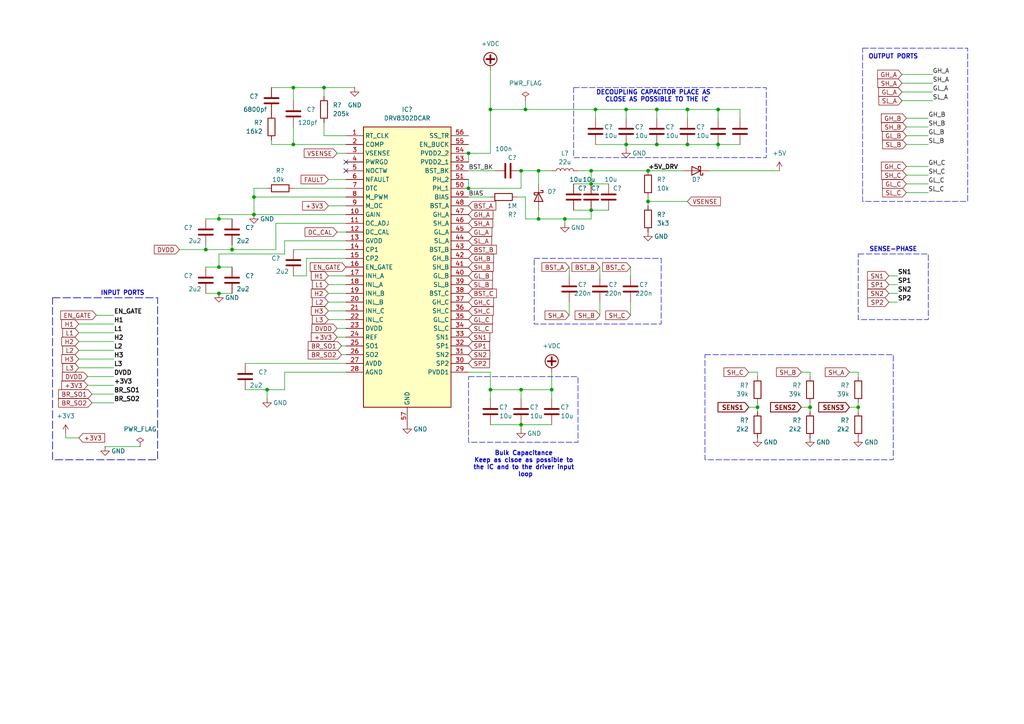
<source format=kicad_sch>
(kicad_sch (version 20231120) (generator "eeschema") (generator_version "8.0")
  (paper "A4")
  (lib_symbols
    (symbol "Device:C" (pin_numbers hide) (pin_names (offset 0.254))
      (property "Reference" "C" (at 0.635 2.54 0))
      (property "Value" "C" (at 0.635 -2.54 0))
      (symbol "C_0_1"
        (polyline (pts (xy -2.032 -0.762) (xy 2.032 -0.762)) (stroke (width 0.508)))
        (polyline (pts (xy -2.032 0.762) (xy 2.032 0.762)) (stroke (width 0.508)))
      )
      (symbol "C_1_1"
        (pin passive line (at 0 3.81 270) (length 2.794) (name "~") (number "1"))
        (pin passive line (at 0 -3.81 90) (length 2.794) (name "~") (number "2"))
      )
    )
    (symbol "Device:D_Schottky" (pin_numbers hide) (pin_names (offset 1.016) hide)
      (property "Reference" "D" (at 0 2.54 0))
      (property "Value" "D_Schottky" (at 0 -2.54 0))
      (symbol "D_Schottky_0_1"
        (polyline (pts (xy 1.27 0) (xy -1.27 0)))
        (polyline (pts (xy 1.27 1.27) (xy 1.27 -1.27) (xy -1.27 0) (xy 1.27 1.27)) (stroke (width 0.254)))
        (polyline (pts (xy -1.905 0.635) (xy -1.905 1.27) (xy -1.27 1.27) (xy -1.27 -1.27) (xy -0.635 -1.27) (xy -0.635 -0.635)) (stroke (width 0.254)))
      )
      (symbol "D_Schottky_1_1"
        (pin passive line (at -3.81 0 0) (length 2.54) (name "K") (number "1"))
        (pin passive line (at 3.81 0 180) (length 2.54) (name "A") (number "2"))
      )
    )
    (symbol "Device:L" (pin_numbers hide) (pin_names (offset 1.016) hide)
      (property "Reference" "L" (at -1.27 0 90))
      (property "Value" "L" (at 1.905 0 90))
      (symbol "L_0_1"
        (arc (start 0 -2.54) (mid 0.6323 -1.905) (end 0 -1.27))
        (arc (start 0 -1.27) (mid 0.6323 -0.635) (end 0 0))
        (arc (start 0 0) (mid 0.6323 0.635) (end 0 1.27))
        (arc (start 0 1.27) (mid 0.6323 1.905) (end 0 2.54))
      )
      (symbol "L_1_1"
        (pin passive line (at 0 3.81 270) (length 1.27) (name "1") (number "1"))
        (pin passive line (at 0 -3.81 90) (length 1.27) (name "2") (number "2"))
      )
    )
    (symbol "Device:R" (pin_numbers hide) (pin_names (offset 0))
      (property "Reference" "R" (at 2.032 0 90))
      (property "Value" "R" (at 0 0 90))
      (symbol "R_0_1"
        (rectangle (start -1.016 -2.54) (end 1.016 2.54) (stroke (width 0.254)))
      )
      (symbol "R_1_1"
        (pin passive line (at 0 3.81 270) (length 1.27) (name "~") (number "1"))
        (pin passive line (at 0 -3.81 90) (length 1.27) (name "~") (number "2"))
      )
    )
    (symbol "SymScs_Lib:DRV8302DCAR"
      (property "Reference" "IC" (at 31.75 7.62 0))
      (property "Value" "DRV8302DCAR" (at 31.75 5.08 0))
      (symbol "DRV8302DCAR_1_1"
        (rectangle (start 5.08 2.54) (end 30.48 -78.74) (stroke (width 0.254)) (fill (type background)))
        (pin passive line (at 0 0 0) (length 5.08) (name "RT_CLK") (number "1"))
        (pin passive line (at 0 -22.86 0) (length 5.08) (name "GAIN") (number "10"))
        (pin passive line (at 0 -25.4 0) (length 5.08) (name "OC_ADJ") (number "11"))
        (pin passive line (at 0 -27.94 0) (length 5.08) (name "DC_CAL") (number "12"))
        (pin passive line (at 0 -30.48 0) (length 5.08) (name "GVDD") (number "13"))
        (pin passive line (at 0 -33.02 0) (length 5.08) (name "CP1") (number "14"))
        (pin passive line (at 0 -35.56 0) (length 5.08) (name "CP2") (number "15"))
        (pin passive line (at 0 -38.1 0) (length 5.08) (name "EN_GATE") (number "16"))
        (pin passive line (at 0 -40.64 0) (length 5.08) (name "INH_A") (number "17"))
        (pin passive line (at 0 -43.18 0) (length 5.08) (name "INL_A") (number "18"))
        (pin passive line (at 0 -45.72 0) (length 5.08) (name "INH_B") (number "19"))
        (pin passive line (at 0 -2.54 0) (length 5.08) (name "COMP") (number "2"))
        (pin passive line (at 0 -48.26 0) (length 5.08) (name "INL_B") (number "20"))
        (pin passive line (at 0 -50.8 0) (length 5.08) (name "INH_C") (number "21"))
        (pin passive line (at 0 -53.34 0) (length 5.08) (name "INL_C") (number "22"))
        (pin passive line (at 0 -55.88 0) (length 5.08) (name "DVDD") (number "23"))
        (pin passive line (at 0 -58.42 0) (length 5.08) (name "REF") (number "24"))
        (pin passive line (at 0 -60.96 0) (length 5.08) (name "SO1") (number "25"))
        (pin passive line (at 0 -63.5 0) (length 5.08) (name "SO2") (number "26"))
        (pin passive line (at 0 -66.04 0) (length 5.08) (name "AVDD") (number "27"))
        (pin passive line (at 0 -68.58 0) (length 5.08) (name "AGND") (number "28"))
        (pin passive line (at 35.56 -68.58 180) (length 5.08) (name "PVDD1") (number "29"))
        (pin passive line (at 0 -5.08 0) (length 5.08) (name "VSENSE") (number "3"))
        (pin passive line (at 35.56 -66.04 180) (length 5.08) (name "SP2") (number "30"))
        (pin passive line (at 35.56 -63.5 180) (length 5.08) (name "SN2") (number "31"))
        (pin passive line (at 35.56 -60.96 180) (length 5.08) (name "SP1") (number "32"))
        (pin passive line (at 35.56 -58.42 180) (length 5.08) (name "SN1") (number "33"))
        (pin passive line (at 35.56 -55.88 180) (length 5.08) (name "SL_C") (number "34"))
        (pin passive line (at 35.56 -53.34 180) (length 5.08) (name "GL_C") (number "35"))
        (pin passive line (at 35.56 -50.8 180) (length 5.08) (name "SH_C") (number "36"))
        (pin passive line (at 35.56 -48.26 180) (length 5.08) (name "GH_C") (number "37"))
        (pin passive line (at 35.56 -45.72 180) (length 5.08) (name "BST_C") (number "38"))
        (pin passive line (at 35.56 -43.18 180) (length 5.08) (name "SL_B") (number "39"))
        (pin passive line (at 0 -7.62 0) (length 5.08) (name "PWRGD") (number "4"))
        (pin passive line (at 35.56 -40.64 180) (length 5.08) (name "GL_B") (number "40"))
        (pin passive line (at 35.56 -38.1 180) (length 5.08) (name "SH_B") (number "41"))
        (pin passive line (at 35.56 -35.56 180) (length 5.08) (name "GH_B") (number "42"))
        (pin passive line (at 35.56 -33.02 180) (length 5.08) (name "BST_B") (number "43"))
        (pin passive line (at 35.56 -30.48 180) (length 5.08) (name "SL_A") (number "44"))
        (pin passive line (at 35.56 -27.94 180) (length 5.08) (name "GL_A") (number "45"))
        (pin passive line (at 35.56 -25.4 180) (length 5.08) (name "SH_A") (number "46"))
        (pin passive line (at 35.56 -22.86 180) (length 5.08) (name "GH_A") (number "47"))
        (pin passive line (at 35.56 -20.32 180) (length 5.08) (name "BST_A") (number "48"))
        (pin passive line (at 35.56 -17.78 180) (length 5.08) (name "BIAS") (number "49"))
        (pin passive line (at 0 -10.16 0) (length 5.08) (name "NOCTW") (number "5"))
        (pin passive line (at 35.56 -15.24 180) (length 5.08) (name "PH_1") (number "50"))
        (pin passive line (at 35.56 -12.7 180) (length 5.08) (name "PH_2") (number "51"))
        (pin passive line (at 35.56 -10.16 180) (length 5.08) (name "BST_BK") (number "52"))
        (pin passive line (at 35.56 -7.62 180) (length 5.08) (name "PVDD2_1") (number "53"))
        (pin passive line (at 35.56 -5.08 180) (length 5.08) (name "PVDD2_2") (number "54"))
        (pin passive line (at 35.56 -2.54 180) (length 5.08) (name "EN_BUCK") (number "55"))
        (pin passive line (at 35.56 0 180) (length 5.08) (name "SS_TR") (number "56"))
        (pin passive line (at 17.78 -83.82 90) (length 5.08) (name "GND") (number "57"))
        (pin passive line (at 0 -12.7 0) (length 5.08) (name "NFAULT") (number "6"))
        (pin passive line (at 0 -15.24 0) (length 5.08) (name "DTC") (number "7"))
        (pin passive line (at 0 -17.78 0) (length 5.08) (name "M_PWM") (number "8"))
        (pin passive line (at 0 -20.32 0) (length 5.08) (name "M_OC") (number "9"))
      )
    )
    (symbol "power:+3V3" (power) (pin_numbers hide) (pin_names (offset 0) hide)
      (property "Value" "+3V3" (at 0 3.556 0))
      (symbol "+3V3_0_1"
        (polyline (pts (xy -0.762 1.27) (xy 0 2.54)))
        (polyline (pts (xy 0 0) (xy 0 2.54)))
        (polyline (pts (xy 0 2.54) (xy 0.762 1.27)))
      )
      (symbol "+3V3_1_1"
        (pin power_in line (at 0 0 90) (length 0) (name "~") (number "1"))
      )
    )
    (symbol "power:+5V" (power) (pin_numbers hide) (pin_names (offset 0) hide)
      (property "Value" "+5V" (at 0 3.556 0))
      (symbol "+5V_0_1"
        (polyline (pts (xy -0.762 1.27) (xy 0 2.54)))
        (polyline (pts (xy 0 0) (xy 0 2.54)))
        (polyline (pts (xy 0 2.54) (xy 0.762 1.27)))
      )
      (symbol "+5V_1_1"
        (pin power_in line (at 0 0 90) (length 0) (name "~") (number "1"))
      )
    )
    (symbol "power:+VDC" (power) (pin_numbers hide) (pin_names (offset 0) hide)
      (property "Value" "+VDC" (at 0 6.35 0))
      (symbol "+VDC_0_1"
        (polyline (pts (xy -1.143 3.175) (xy 1.143 3.175)) (stroke (width 0.508)))
        (polyline (pts (xy 0 0) (xy 0 1.27)))
        (polyline (pts (xy 0 2.032) (xy 0 4.318)) (stroke (width 0.508)))
        (circle (center 0 3.175) (radius 1.905) (stroke (width 0.254)))
      )
      (symbol "+VDC_1_1"
        (pin power_in line (at 0 0 90) (length 0) (name "~") (number "1"))
      )
    )
    (symbol "power:GND" (power) (pin_numbers hide) (pin_names (offset 0) hide)
      (property "Value" "GND" (at 0 -3.81 0))
      (symbol "GND_0_1"
        (polyline (pts (xy 0 0) (xy 0 -1.27) (xy 1.27 -1.27) (xy 0 -2.54) (xy -1.27 -1.27) (xy 0 -1.27)))
      )
      (symbol "GND_1_1"
        (pin power_in line (at 0 0 270) (length 0) (name "~") (number "1"))
      )
    )
    (symbol "power:PWR_FLAG" (power) (pin_numbers hide) (pin_names (offset 0) hide)
      (property "Value" "PWR_FLAG" (at 0 3.81 0))
      (symbol "PWR_FLAG_0_0"
        (pin power_out line (at 0 0 90) (length 0) (name "~") (number "1"))
      )
      (symbol "PWR_FLAG_0_1"
        (polyline (pts (xy 0 0) (xy 0 1.27) (xy -1.016 1.905) (xy 0 2.54) (xy 1.016 1.905) (xy 0 1.27)))
      )
    )
  )
  (junction (at 85.09 41.91))
  (junction (at 85.09 25.4))
  (junction (at 219.71 118.11))
  (junction (at 63.5 85.09))
  (junction (at 67.31 72.39))
  (junction (at 151.13 123.19))
  (junction (at 156.21 63.5))
  (junction (at 171.45 60.96))
  (junction (at 171.45 53.34))
  (junction (at 208.28 41.91))
  (junction (at 199.39 31.75))
  (junction (at 73.66 62.23))
  (junction (at 248.92 118.11))
  (junction (at 142.24 31.75))
  (junction (at 181.61 41.91))
  (junction (at 171.45 49.53))
  (junction (at 63.5 77.47))
  (junction (at 135.89 54.61))
  (junction (at 172.72 31.75))
  (junction (at 187.96 58.42))
  (junction (at 199.39 41.91))
  (junction (at 135.89 44.45))
  (junction (at 151.13 113.03))
  (junction (at 163.83 63.5))
  (junction (at 151.13 49.53))
  (junction (at 187.96 49.53))
  (junction (at 142.24 113.03))
  (junction (at 160.02 113.03))
  (junction (at 93.98 25.4))
  (junction (at 59.69 72.39))
  (junction (at 190.5 31.75))
  (junction (at 73.66 57.15))
  (junction (at 63.5 63.5))
  (junction (at 156.21 49.53))
  (junction (at 77.47 113.03))
  (junction (at 234.95 118.11))
  (junction (at 208.28 31.75))
  (junction (at 181.61 31.75))
  (junction (at 152.4 31.75))
  (junction (at 190.5 41.91))
  (no_connect (at 100.33 49.53))
  (no_connect (at 100.33 46.99))
  (wire (pts (xy 172.72 31.75) (xy 181.61 31.75)))
  (wire (pts (xy 257.81 82.55) (xy 260.35 82.55)))
  (wire (pts (xy 73.66 57.15) (xy 100.33 57.15)))
  (wire (pts (xy 181.61 31.75) (xy 181.61 34.29)))
  (wire (pts (xy 95.25 82.55) (xy 100.33 82.55)))
  (wire (pts (xy 142.24 57.15) (xy 135.89 57.15)))
  (wire (pts (xy 78.74 41.91) (xy 78.74 40.64)))
  (wire (pts (xy 78.74 41.91) (xy 85.09 41.91)))
  (wire (pts (xy 143.51 49.53) (xy 135.89 49.53)))
  (wire (pts (xy 219.71 107.95) (xy 219.71 109.22)))
  (wire (pts (xy 187.96 58.42) (xy 187.96 57.15)))
  (wire (pts (xy 262.89 34.29) (xy 269.24 34.29)))
  (wire (pts (xy 152.4 29.21) (xy 152.4 31.75)))
  (wire (pts (xy 199.39 31.75) (xy 199.39 34.29)))
  (wire (pts (xy 102.87 25.4) (xy 93.98 25.4)))
  (wire (pts (xy 77.47 115.57) (xy 77.47 113.03)))
  (wire (pts (xy 171.45 53.34) (xy 171.45 49.53)))
  (wire (pts (xy 152.4 57.15) (xy 149.86 57.15)))
  (wire (pts (xy 26.67 116.84) (xy 33.02 116.84)))
  (wire (pts (xy 261.62 24.13) (xy 270.51 24.13)))
  (wire (pts (xy 97.79 95.25) (xy 100.33 95.25)))
  (wire (pts (xy 97.79 97.79) (xy 100.33 97.79)))
  (wire (pts (xy 80.01 72.39) (xy 80.01 64.77)))
  (wire (pts (xy 100.33 74.93) (xy 88.9 74.93)))
  (wire (pts (xy 262.89 36.83) (xy 269.24 36.83)))
  (wire (pts (xy 171.45 49.53) (xy 187.96 49.53)))
  (wire (pts (xy 142.24 44.45) (xy 135.89 44.45)))
  (wire (pts (xy 182.88 91.44) (xy 182.88 87.63)))
  (wire (pts (xy 93.98 25.4) (xy 93.98 27.94)))
  (wire (pts (xy 142.24 20.32) (xy 142.24 31.75)))
  (wire (pts (xy 262.89 39.37) (xy 269.24 39.37)))
  (wire (pts (xy 172.72 31.75) (xy 172.72 34.29)))
  (wire (pts (xy 173.99 77.47) (xy 173.99 80.01)))
  (wire (pts (xy 82.55 113.03) (xy 82.55 107.95)))
  (wire (pts (xy 25.4 111.76) (xy 33.02 111.76)))
  (wire (pts (xy 25.4 109.22) (xy 33.02 109.22)))
  (wire (pts (xy 99.06 100.33) (xy 100.33 100.33)))
  (wire (pts (xy 85.09 25.4) (xy 93.98 25.4)))
  (wire (pts (xy 59.69 63.5) (xy 63.5 63.5)))
  (wire (pts (xy 190.5 41.91) (xy 199.39 41.91)))
  (wire (pts (xy 163.83 64.77) (xy 163.83 63.5)))
  (wire (pts (xy 77.47 113.03) (xy 71.12 113.03)))
  (wire (pts (xy 160.02 113.03) (xy 160.02 115.57)))
  (wire (pts (xy 232.41 107.95) (xy 234.95 107.95)))
  (wire (pts (xy 261.62 26.67) (xy 270.51 26.67)))
  (wire (pts (xy 173.99 91.44) (xy 173.99 87.63)))
  (wire (pts (xy 152.4 63.5) (xy 156.21 63.5)))
  (wire (pts (xy 77.47 113.03) (xy 82.55 113.03)))
  (wire (pts (xy 171.45 63.5) (xy 171.45 60.96)))
  (wire (pts (xy 59.69 72.39) (xy 59.69 71.12)))
  (wire (pts (xy 85.09 25.4) (xy 85.09 29.21)))
  (wire (pts (xy 85.09 36.83) (xy 85.09 41.91)))
  (wire (pts (xy 73.66 62.23) (xy 100.33 62.23)))
  (wire (pts (xy 63.5 85.09) (xy 67.31 85.09)))
  (wire (pts (xy 22.86 101.6) (xy 33.02 101.6)))
  (wire (pts (xy 97.79 44.45) (xy 100.33 44.45)))
  (wire (pts (xy 135.89 44.45) (xy 135.89 46.99)))
  (wire (pts (xy 142.24 31.75) (xy 142.24 44.45)))
  (wire (pts (xy 95.25 52.07) (xy 100.33 52.07)))
  (wire (pts (xy 95.25 80.01) (xy 100.33 80.01)))
  (wire (pts (xy 246.38 107.95) (xy 248.92 107.95)))
  (wire (pts (xy 248.92 118.11) (xy 248.92 119.38)))
  (wire (pts (xy 33.02 91.44) (xy 27.94 91.44)))
  (wire (pts (xy 26.67 114.3) (xy 33.02 114.3)))
  (wire (pts (xy 187.96 58.42) (xy 199.39 58.42)))
  (wire (pts (xy 181.61 41.91) (xy 190.5 41.91)))
  (wire (pts (xy 151.13 123.19) (xy 160.02 123.19)))
  (wire (pts (xy 214.63 31.75) (xy 208.28 31.75)))
  (wire (pts (xy 199.39 41.91) (xy 208.28 41.91)))
  (wire (pts (xy 156.21 49.53) (xy 151.13 49.53)))
  (wire (pts (xy 142.24 113.03) (xy 151.13 113.03)))
  (wire (pts (xy 71.12 105.41) (xy 100.33 105.41)))
  (wire (pts (xy 232.41 118.11) (xy 234.95 118.11)))
  (wire (pts (xy 151.13 124.46) (xy 151.13 123.19)))
  (wire (pts (xy 198.12 49.53) (xy 187.96 49.53)))
  (wire (pts (xy 59.69 72.39) (xy 67.31 72.39)))
  (wire (pts (xy 160.02 107.95) (xy 160.02 113.03)))
  (wire (pts (xy 22.86 104.14) (xy 33.02 104.14)))
  (wire (pts (xy 248.92 116.84) (xy 248.92 118.11)))
  (wire (pts (xy 257.81 87.63) (xy 260.35 87.63)))
  (wire (pts (xy 52.07 72.39) (xy 59.69 72.39)))
  (wire (pts (xy 234.95 107.95) (xy 234.95 109.22)))
  (wire (pts (xy 182.88 77.47) (xy 182.88 80.01)))
  (wire (pts (xy 63.5 62.23) (xy 73.66 62.23)))
  (wire (pts (xy 152.4 57.15) (xy 152.4 63.5)))
  (wire (pts (xy 219.71 116.84) (xy 219.71 118.11)))
  (wire (pts (xy 142.24 123.19) (xy 151.13 123.19)))
  (wire (pts (xy 166.37 53.34) (xy 171.45 53.34)))
  (wire (pts (xy 171.45 49.53) (xy 167.64 49.53)))
  (wire (pts (xy 142.24 107.95) (xy 142.24 113.03)))
  (wire (pts (xy 208.28 43.18) (xy 208.28 41.91)))
  (wire (pts (xy 67.31 72.39) (xy 67.31 71.12)))
  (wire (pts (xy 165.1 77.47) (xy 165.1 80.01)))
  (wire (pts (xy 214.63 34.29) (xy 214.63 31.75)))
  (wire (pts (xy 93.98 39.37) (xy 100.33 39.37)))
  (wire (pts (xy 165.1 91.44) (xy 165.1 87.63)))
  (wire (pts (xy 217.17 118.11) (xy 219.71 118.11)))
  (wire (pts (xy 190.5 31.75) (xy 190.5 34.29)))
  (wire (pts (xy 262.89 41.91) (xy 269.24 41.91)))
  (wire (pts (xy 73.66 54.61) (xy 77.47 54.61)))
  (wire (pts (xy 190.5 31.75) (xy 199.39 31.75)))
  (wire (pts (xy 22.86 127) (xy 19.05 127)))
  (wire (pts (xy 99.06 102.87) (xy 100.33 102.87)))
  (wire (pts (xy 156.21 63.5) (xy 163.83 63.5)))
  (wire (pts (xy 63.5 77.47) (xy 67.31 77.47)))
  (wire (pts (xy 63.5 77.47) (xy 63.5 73.66)))
  (wire (pts (xy 187.96 59.69) (xy 187.96 58.42)))
  (wire (pts (xy 95.25 92.71) (xy 100.33 92.71)))
  (wire (pts (xy 208.28 31.75) (xy 208.28 34.29)))
  (wire (pts (xy 262.89 48.26) (xy 269.24 48.26)))
  (wire (pts (xy 19.05 127) (xy 19.05 125.73)))
  (wire (pts (xy 166.37 60.96) (xy 171.45 60.96)))
  (wire (pts (xy 151.13 54.61) (xy 151.13 49.53)))
  (wire (pts (xy 181.61 43.18) (xy 181.61 41.91)))
  (wire (pts (xy 88.9 74.93) (xy 88.9 80.01)))
  (wire (pts (xy 82.55 69.85) (xy 100.33 69.85)))
  (wire (pts (xy 95.25 85.09) (xy 100.33 85.09)))
  (wire (pts (xy 82.55 73.66) (xy 82.55 69.85)))
  (wire (pts (xy 152.4 31.75) (xy 142.24 31.75)))
  (wire (pts (xy 160.02 49.53) (xy 156.21 49.53)))
  (wire (pts (xy 262.89 50.8) (xy 269.24 50.8)))
  (wire (pts (xy 246.38 118.11) (xy 248.92 118.11)))
  (wire (pts (xy 73.66 62.23) (xy 73.66 57.15)))
  (wire (pts (xy 171.45 53.34) (xy 176.53 53.34)))
  (wire (pts (xy 262.89 55.88) (xy 269.24 55.88)))
  (wire (pts (xy 22.86 99.06) (xy 33.02 99.06)))
  (wire (pts (xy 63.5 63.5) (xy 67.31 63.5)))
  (wire (pts (xy 85.09 72.39) (xy 100.33 72.39)))
  (wire (pts (xy 199.39 31.75) (xy 208.28 31.75)))
  (wire (pts (xy 135.89 52.07) (xy 135.89 54.61)))
  (wire (pts (xy 217.17 107.95) (xy 219.71 107.95)))
  (wire (pts (xy 73.66 57.15) (xy 73.66 54.61)))
  (wire (pts (xy 22.86 93.98) (xy 33.02 93.98)))
  (wire (pts (xy 151.13 113.03) (xy 151.13 115.57)))
  (wire (pts (xy 95.25 90.17) (xy 100.33 90.17)))
  (wire (pts (xy 234.95 116.84) (xy 234.95 118.11)))
  (wire (pts (xy 85.09 54.61) (xy 100.33 54.61)))
  (wire (pts (xy 142.24 113.03) (xy 142.24 115.57)))
  (wire (pts (xy 214.63 41.91) (xy 208.28 41.91)))
  (wire (pts (xy 82.55 107.95) (xy 100.33 107.95)))
  (wire (pts (xy 172.72 31.75) (xy 152.4 31.75)))
  (wire (pts (xy 260.35 80.01) (xy 257.81 80.01)))
  (wire (pts (xy 59.69 85.09) (xy 63.5 85.09)))
  (wire (pts (xy 59.69 77.47) (xy 63.5 77.47)))
  (wire (pts (xy 85.09 41.91) (xy 100.33 41.91)))
  (wire (pts (xy 135.89 54.61) (xy 151.13 54.61)))
  (wire (pts (xy 261.62 21.59) (xy 270.51 21.59)))
  (wire (pts (xy 97.79 67.31) (xy 100.33 67.31)))
  (wire (pts (xy 171.45 60.96) (xy 176.53 60.96)))
  (wire (pts (xy 95.25 87.63) (xy 100.33 87.63)))
  (wire (pts (xy 93.98 35.56) (xy 93.98 39.37)))
  (wire (pts (xy 78.74 25.4) (xy 85.09 25.4)))
  (wire (pts (xy 172.72 41.91) (xy 181.61 41.91)))
  (wire (pts (xy 22.86 106.68) (xy 33.02 106.68)))
  (wire (pts (xy 226.06 49.53) (xy 205.74 49.53)))
  (wire (pts (xy 156.21 53.34) (xy 156.21 49.53)))
  (wire (pts (xy 156.21 60.96) (xy 156.21 63.5)))
  (wire (pts (xy 63.5 73.66) (xy 82.55 73.66)))
  (wire (pts (xy 80.01 64.77) (xy 100.33 64.77)))
  (wire (pts (xy 163.83 63.5) (xy 171.45 63.5)))
  (wire (pts (xy 63.5 63.5) (xy 63.5 62.23)))
  (wire (pts (xy 257.81 85.09) (xy 260.35 85.09)))
  (wire (pts (xy 262.89 53.34) (xy 269.24 53.34)))
  (wire (pts (xy 135.89 107.95) (xy 142.24 107.95)))
  (wire (pts (xy 261.62 29.21) (xy 270.51 29.21)))
  (wire (pts (xy 40.64 129.54) (xy 30.48 129.54)))
  (wire (pts (xy 95.25 59.69) (xy 100.33 59.69)))
  (wire (pts (xy 248.92 107.95) (xy 248.92 109.22)))
  (wire (pts (xy 151.13 113.03) (xy 160.02 113.03)))
  (wire (pts (xy 22.86 96.52) (xy 33.02 96.52)))
  (wire (pts (xy 219.71 118.11) (xy 219.71 119.38)))
  (wire (pts (xy 88.9 80.01) (xy 85.09 80.01)))
  (wire (pts (xy 181.61 31.75) (xy 190.5 31.75)))
  (wire (pts (xy 67.31 72.39) (xy 80.01 72.39)))
  (wire (pts (xy 234.95 118.11) (xy 234.95 119.38)))
  (rectangle (start 250.19 13.97) (end 280.67 58.42) (stroke (width 0) (type dash)))
  (rectangle (start 154.94 74.93) (end 191.77 93.98) (stroke (width 0) (type dash)))
  (rectangle (start 15.24 86.36) (end 45.72 133.35) (stroke (width 0.2) (type dash)))
  (rectangle (start 248.92 73.66) (end 269.24 92.71) (stroke (width 0) (type dash)))
  (rectangle (start 204.47 102.87) (end 259.08 133.35) (stroke (width 0) (type dash)))
  (rectangle (start 166.37 25.4) (end 222.25 45.72) (stroke (width 0) (type dash)))
  (rectangle (start 135.89 109.22) (end 167.64 128.27) (stroke (width 0) (type dash)))
  (text "INPUT PORTS\n" (at 35.56 85.09 0) (effects (font (size 1.27 1.27) (bold yes))))
  (text "Bulk Capacitance \nKeep as clsoe as possible to \nthe IC and to the driver input \nloop" (at 152.4 134.62 0) (effects (font (size 1.27 1.27) (thickness 0.254) (bold yes))))
  (text "DECOUPLING CAPACITOR PLACE AS  \nCLOSE AS POSSIBLE TO THE IC\n" (at 190.5 27.94 0) (effects (font (size 1.27 1.27) (bold yes))))
  (text "SENSE-PHASE\n" (at 259.08 72.39 0) (effects (font (size 1.27 1.27) (bold yes))))
  (text "OUTPUT PORTS\n" (at 259.08 16.51 0) (effects (font (size 1.27 1.27) (bold yes))))
  (label "SP2" (at 260.35 87.63 0) (effects (font (bold yes))))
  (label "SN1" (at 260.35 80.01 0) (effects (font (bold yes))))
  (label "SL_B" (at 269.24 41.91 0))
  (label "GL_A" (at 270.51 26.67 0))
  (label "GL_B" (at 269.24 39.37 0))
  (label "SH_B" (at 269.24 36.83 0))
  (label "SP1" (at 260.35 82.55 0) (effects (font (bold yes))))
  (label "GH_B" (at 269.24 34.29 0))
  (label "GH_C" (at 269.24 48.26 0))
  (label "BIAS" (at 135.89 57.15 0))
  (label "L2" (at 33.02 101.6 0) (effects (font (bold yes))))
  (label "L3" (at 33.02 106.68 0) (effects (font (bold yes))))
  (label "SN2" (at 260.35 85.09 0) (effects (font (bold yes))))
  (label "BST_BK" (at 135.89 49.53 0))
  (label "BR_SO2" (at 33.02 116.84 0) (effects (font (bold yes))))
  (label "SH_A" (at 270.51 24.13 0))
  (label "H3" (at 33.02 104.14 0) (effects (font (bold yes))))
  (label "GH_A" (at 270.51 21.59 0))
  (label "+5V_DRV" (at 187.96 49.53 0) (effects (font (bold yes))))
  (label "EN_GATE" (at 33.02 91.44 0) (effects (font (bold yes))))
  (label "H2" (at 33.02 99.06 0) (effects (font (bold yes))))
  (label "+3V3" (at 33.02 111.76 0) (effects (font (bold yes))))
  (label "GL_C" (at 269.24 53.34 0))
  (label "SL_A" (at 270.51 29.21 0))
  (label "SL_C" (at 269.24 55.88 0))
  (label "DVDD" (at 33.02 109.22 0) (effects (font (bold yes))))
  (label "H1" (at 33.02 93.98 0) (effects (font (bold yes))))
  (label "L1" (at 33.02 96.52 0) (effects (font (bold yes))))
  (label "BR_SO1" (at 33.02 114.3 0) (effects (font (bold yes))))
  (label "SH_C" (at 269.24 50.8 0))
  (global_label "VSENSE" (shape input) (at 199.39 58.42 0) (property "Intersheetrefs" "${INTERSHEET_REFS}" (effects (hide yes))))
  (global_label "H3" (shape input) (at 95.25 90.17 180) (property "Intersheetrefs" "${INTERSHEET_REFS}" (effects (hide yes))))
  (global_label "GH_A" (shape input) (at 135.89 62.23 0) (property "Intersheetrefs" "${INTERSHEET_REFS}" (effects (hide yes))))
  (global_label "BR_SO2" (shape input) (at 26.67 116.84 180) (property "Intersheetrefs" "${INTERSHEET_REFS}" (effects (hide yes))))
  (global_label "VSENSE" (shape input) (at 97.79 44.45 180) (property "Intersheetrefs" "${INTERSHEET_REFS}" (effects (hide yes))))
  (global_label "BR_SO2" (shape input) (at 99.06 102.87 180) (property "Intersheetrefs" "${INTERSHEET_REFS}" (effects (hide yes))))
  (global_label "BST_B" (shape input) (at 135.89 72.39 0) (property "Intersheetrefs" "${INTERSHEET_REFS}" (effects (hide yes))))
  (global_label "GL_B" (shape input) (at 135.89 80.01 0) (property "Intersheetrefs" "${INTERSHEET_REFS}" (effects (hide yes))))
  (global_label "EN_GATE" (shape input) (at 27.94 91.44 180) (property "Intersheetrefs" "${INTERSHEET_REFS}" (effects (hide yes))))
  (global_label "SH_B" (shape input) (at 232.41 107.95 180) (property "Intersheetrefs" "${INTERSHEET_REFS}" (effects (hide yes))))
  (global_label "BST_C" (shape input) (at 182.88 77.47 180) (property "Intersheetrefs" "${INTERSHEET_REFS}" (effects (hide yes))))
  (global_label "GH_C" (shape input) (at 262.89 48.26 180) (property "Intersheetrefs" "${INTERSHEET_REFS}" (effects (hide yes))))
  (global_label "+3V3" (shape input) (at 95.25 59.69 180) (property "Intersheetrefs" "${INTERSHEET_REFS}" (effects (hide yes))))
  (global_label "L1" (shape input) (at 22.86 96.52 180) (property "Intersheetrefs" "${INTERSHEET_REFS}" (effects (hide yes))))
  (global_label "GL_C" (shape input) (at 135.89 92.71 0) (property "Intersheetrefs" "${INTERSHEET_REFS}" (effects (hide yes))))
  (global_label "SN2" (shape input) (at 257.81 85.09 180) (property "Intersheetrefs" "${INTERSHEET_REFS}" (effects (hide yes))))
  (global_label "L2" (shape input) (at 22.86 101.6 180) (property "Intersheetrefs" "${INTERSHEET_REFS}" (effects (hide yes))))
  (global_label "SL_B" (shape input) (at 135.89 82.55 0) (property "Intersheetrefs" "${INTERSHEET_REFS}" (effects (hide yes))))
  (global_label "EN_GATE" (shape input) (at 100.33 77.47 180) (property "Intersheetrefs" "${INTERSHEET_REFS}" (effects (hide yes))))
  (global_label "H1" (shape input) (at 95.25 80.01 180) (property "Intersheetrefs" "${INTERSHEET_REFS}" (effects (hide yes))))
  (global_label "GL_A" (shape input) (at 261.62 26.67 180) (property "Intersheetrefs" "${INTERSHEET_REFS}" (effects (hide yes))))
  (global_label "GL_A" (shape input) (at 135.89 67.31 0) (property "Intersheetrefs" "${INTERSHEET_REFS}" (effects (hide yes))))
  (global_label "BST_C" (shape input) (at 135.89 85.09 0) (property "Intersheetrefs" "${INTERSHEET_REFS}" (effects (hide yes))))
  (global_label "SL_C" (shape input) (at 262.89 55.88 180) (property "Intersheetrefs" "${INTERSHEET_REFS}" (effects (hide yes))))
  (global_label "L3" (shape input) (at 95.25 92.71 180) (property "Intersheetrefs" "${INTERSHEET_REFS}" (effects (hide yes))))
  (global_label "SH_C" (shape input) (at 135.89 90.17 0) (property "Intersheetrefs" "${INTERSHEET_REFS}" (effects (hide yes))))
  (global_label "H2" (shape input) (at 95.25 85.09 180) (property "Intersheetrefs" "${INTERSHEET_REFS}" (effects (hide yes))))
  (global_label "BR_SO1" (shape input) (at 99.06 100.33 180) (property "Intersheetrefs" "${INTERSHEET_REFS}" (effects (hide yes))))
  (global_label "SL_C" (shape input) (at 135.89 95.25 0) (property "Intersheetrefs" "${INTERSHEET_REFS}" (effects (hide yes))))
  (global_label "H3" (shape input) (at 22.86 104.14 180) (property "Intersheetrefs" "${INTERSHEET_REFS}" (effects (hide yes))))
  (global_label "SN1" (shape input) (at 135.89 97.79 0) (property "Intersheetrefs" "${INTERSHEET_REFS}" (effects (hide yes))))
  (global_label "SH_A" (shape input) (at 165.1 91.44 180) (property "Intersheetrefs" "${INTERSHEET_REFS}" (effects (hide yes))))
  (global_label "DVDD" (shape input) (at 25.4 109.22 180) (property "Intersheetrefs" "${INTERSHEET_REFS}" (effects (hide yes))))
  (global_label "GH_C" (shape input) (at 135.89 87.63 0) (property "Intersheetrefs" "${INTERSHEET_REFS}" (effects (hide yes))))
  (global_label "GL_C" (shape input) (at 262.89 53.34 180) (property "Intersheetrefs" "${INTERSHEET_REFS}" (effects (hide yes))))
  (global_label "+3V3" (shape input) (at 25.4 111.76 180) (property "Intersheetrefs" "${INTERSHEET_REFS}" (effects (hide yes))))
  (global_label "SENS1" (shape input) (at 217.17 118.11 180) (effects (font (bold yes))) (property "Intersheetrefs" "${INTERSHEET_REFS}" (effects (hide yes))))
  (global_label "SH_A" (shape input) (at 261.62 24.13 180) (property "Intersheetrefs" "${INTERSHEET_REFS}" (effects (hide yes))))
  (global_label "SL_A" (shape input) (at 135.89 69.85 0) (property "Intersheetrefs" "${INTERSHEET_REFS}" (effects (hide yes))))
  (global_label "GH_B" (shape input) (at 262.89 34.29 180) (property "Intersheetrefs" "${INTERSHEET_REFS}" (effects (hide yes))))
  (global_label "SH_B" (shape input) (at 262.89 36.83 180) (property "Intersheetrefs" "${INTERSHEET_REFS}" (effects (hide yes))))
  (global_label "GL_B" (shape input) (at 262.89 39.37 180) (property "Intersheetrefs" "${INTERSHEET_REFS}" (effects (hide yes))))
  (global_label "DVDD" (shape input) (at 97.79 95.25 180) (property "Intersheetrefs" "${INTERSHEET_REFS}" (effects (hide yes))))
  (global_label "H1" (shape input) (at 22.86 93.98 180) (property "Intersheetrefs" "${INTERSHEET_REFS}" (effects (hide yes))))
  (global_label "SH_B" (shape input) (at 173.99 91.44 180) (property "Intersheetrefs" "${INTERSHEET_REFS}" (effects (hide yes))))
  (global_label "SH_C" (shape input) (at 217.17 107.95 180) (property "Intersheetrefs" "${INTERSHEET_REFS}" (effects (hide yes))))
  (global_label "SL_B" (shape input) (at 262.89 41.91 180) (property "Intersheetrefs" "${INTERSHEET_REFS}" (effects (hide yes))))
  (global_label "BST_A" (shape input) (at 165.1 77.47 180) (property "Intersheetrefs" "${INTERSHEET_REFS}" (effects (hide yes))))
  (global_label "SH_C" (shape input) (at 262.89 50.8 180) (property "Intersheetrefs" "${INTERSHEET_REFS}" (effects (hide yes))))
  (global_label "SENS2" (shape input) (at 232.41 118.11 180) (effects (font (bold yes))) (property "Intersheetrefs" "${INTERSHEET_REFS}" (effects (hide yes))))
  (global_label "GH_A" (shape input) (at 261.62 21.59 180) (property "Intersheetrefs" "${INTERSHEET_REFS}" (effects (hide yes))))
  (global_label "BST_B" (shape input) (at 173.99 77.47 180) (property "Intersheetrefs" "${INTERSHEET_REFS}" (effects (hide yes))))
  (global_label "H2" (shape input) (at 22.86 99.06 180) (property "Intersheetrefs" "${INTERSHEET_REFS}" (effects (hide yes))))
  (global_label "SL_A" (shape input) (at 261.62 29.21 180) (property "Intersheetrefs" "${INTERSHEET_REFS}" (effects (hide yes))))
  (global_label "L2" (shape input) (at 95.25 87.63 180) (property "Intersheetrefs" "${INTERSHEET_REFS}" (effects (hide yes))))
  (global_label "BR_SO1" (shape input) (at 26.67 114.3 180) (property "Intersheetrefs" "${INTERSHEET_REFS}" (effects (hide yes))))
  (global_label "SH_C" (shape input) (at 182.88 91.44 180) (property "Intersheetrefs" "${INTERSHEET_REFS}" (effects (hide yes))))
  (global_label "SP2" (shape input) (at 135.89 105.41 0) (property "Intersheetrefs" "${INTERSHEET_REFS}" (effects (hide yes))))
  (global_label "SH_B" (shape input) (at 135.89 77.47 0) (property "Intersheetrefs" "${INTERSHEET_REFS}" (effects (hide yes))))
  (global_label "SP1" (shape input) (at 135.89 100.33 0) (property "Intersheetrefs" "${INTERSHEET_REFS}" (effects (hide yes))))
  (global_label "+3V3" (shape input) (at 22.86 127 0) (property "Intersheetrefs" "${INTERSHEET_REFS}" (effects (hide yes))))
  (global_label "FAULT" (shape input) (at 95.25 52.07 180) (property "Intersheetrefs" "${INTERSHEET_REFS}" (effects (hide yes))))
  (global_label "SP1" (shape input) (at 257.81 82.55 180) (property "Intersheetrefs" "${INTERSHEET_REFS}" (effects (hide yes))))
  (global_label "L1" (shape input) (at 95.25 82.55 180) (property "Intersheetrefs" "${INTERSHEET_REFS}" (effects (hide yes))))
  (global_label "BST_A" (shape input) (at 135.89 59.69 0) (property "Intersheetrefs" "${INTERSHEET_REFS}" (effects (hide yes))))
  (global_label "DVDD" (shape input) (at 52.07 72.39 180) (property "Intersheetrefs" "${INTERSHEET_REFS}" (effects (hide yes))))
  (global_label "DC_CAL" (shape input) (at 97.79 67.31 180) (property "Intersheetrefs" "${INTERSHEET_REFS}" (effects (hide yes))))
  (global_label "SN1" (shape input) (at 257.81 80.01 180) (property "Intersheetrefs" "${INTERSHEET_REFS}" (effects (hide yes))))
  (global_label "SP2" (shape input) (at 257.81 87.63 180) (property "Intersheetrefs" "${INTERSHEET_REFS}" (effects (hide yes))))
  (global_label "SH_A" (shape input) (at 135.89 64.77 0) (property "Intersheetrefs" "${INTERSHEET_REFS}" (effects (hide yes))))
  (global_label "SENS3" (shape input) (at 246.38 118.11 180) (effects (font (bold yes))) (property "Intersheetrefs" "${INTERSHEET_REFS}" (effects (hide yes))))
  (global_label "SH_A" (shape input) (at 246.38 107.95 180) (property "Intersheetrefs" "${INTERSHEET_REFS}" (effects (hide yes))))
  (global_label "+3V3" (shape input) (at 97.79 97.79 180) (property "Intersheetrefs" "${INTERSHEET_REFS}" (effects (hide yes))))
  (global_label "SN2" (shape input) (at 135.89 102.87 0) (property "Intersheetrefs" "${INTERSHEET_REFS}" (effects (hide yes))))
  (global_label "GH_B" (shape input) (at 135.89 74.93 0) (property "Intersheetrefs" "${INTERSHEET_REFS}" (effects (hide yes))))
  (global_label "L3" (shape input) (at 22.86 106.68 180) (property "Intersheetrefs" "${INTERSHEET_REFS}" (effects (hide yes))))
  (symbol (lib_id "power:GND") (at 77.47 115.57 0) (unit 1)
    (property "Reference" "#PWR040" (effects (hide yes)))
    (property "Value" "GND" (at 81.28 116.84 0))
    (property "Description" "Power symbol creates a global label with name \"GND\" , ground" (effects (hide yes)))
  )
  (symbol (lib_id "power:GND") (at 163.83 64.77 0) (unit 1)
    (property "Reference" "#PWR045" (effects (hide yes)))
    (property "Value" "GND" (at 167.64 66.04 0))
    (property "Description" "Power symbol creates a global label with name \"GND\" , ground" (effects (hide yes)))
  )
  (symbol (lib_id "power:+3V3") (at 19.05 125.73 0) (unit 1)
    (property "Reference" "#PWR042" (effects (hide yes)))
    (property "Value" "+3V3" (at 19.05 120.65 0))
    (property "Description" "Power symbol creates a global label with name \"+3V3\"" (effects (hide yes)))
  )
  (symbol (lib_id "power:GND") (at 234.95 127 0) (unit 1)
    (property "Reference" "#PWR050" (effects (hide yes)))
    (property "Value" "GND" (at 238.76 128.27 0))
    (property "Description" "Power symbol creates a global label with name \"GND\" , ground" (effects (hide yes)))
  )
  (symbol (lib_id "Device:C") (at 85.09 33.02 0) (unit 1)
    (property "Reference" "C?" (at 88.9 31.7499 0) (effects (justify left)))
    (property "Value" "120pf" (at 86.36 35.56 0) (effects (justify left)))
    (property "Description" "Unpolarized capacitor" (effects (hide yes)))
  )
  (symbol (lib_id "Device:R") (at 93.98 31.75 0) (unit 1)
    (property "Reference" "R?" (at 96.52 30.4799 0) (effects (justify left)))
    (property "Value" "205k" (at 96.52 33.0199 0) (effects (justify left)))
    (property "Description" "Resistor" (effects (hide yes)))
  )
  (symbol (lib_id "Device:C") (at 214.63 38.1 0) (mirror y) (unit 1)
    (property "Reference" "C?" (effects (hide yes)))
    (property "Value" "10u" (effects (hide yes)))
    (property "Description" "Unpolarized capacitor" (effects (hide yes)))
  )
  (symbol (lib_id "power:+5V") (at 226.06 49.53 0) (unit 1)
    (property "Reference" "#PWR048" (effects (hide yes)))
    (property "Value" "+5V" (at 226.06 44.45 0))
    (property "Description" "Power symbol creates a global label with name \"+5V\"" (effects (hide yes)))
  )
  (symbol (lib_id "Device:R") (at 219.71 123.19 0) (mirror y) (unit 1)
    (property "Reference" "R?" (at 217.17 121.9199 0) (effects (justify left)))
    (property "Value" "2k2" (at 217.17 124.4599 0) (effects (justify left)))
    (property "Description" "Resistor" (effects (hide yes)))
  )
  (symbol (lib_id "Device:C") (at 172.72 38.1 0) (mirror y) (unit 1)
    (property "Reference" "C?" (at 177.8 36.83 0) (effects (justify left)))
    (property "Value" "10u" (at 179.07 39.37 0) (effects (justify left)))
    (property "Description" "Unpolarized capacitor" (effects (hide yes)))
  )
  (symbol (lib_id "Device:C") (at 181.61 38.1 0) (mirror y) (unit 1)
    (property "Reference" "C?" (at 186.69 36.83 0) (effects (justify left)))
    (property "Value" "10u" (at 187.96 39.37 0) (effects (justify left)))
    (property "Description" "Unpolarized capacitor" (effects (hide yes)))
  )
  (symbol (lib_id "Device:R") (at 219.71 113.03 0) (mirror y) (unit 1)
    (property "Reference" "R?" (at 217.17 111.7599 0) (effects (justify left)))
    (property "Value" "39k" (at 217.17 114.2999 0) (effects (justify left)))
    (property "Description" "Resistor" (effects (hide yes)))
  )
  (symbol (lib_id "power:GND") (at 118.11 123.19 0) (unit 1)
    (property "Reference" "#PWR036" (effects (hide yes)))
    (property "Value" "GND" (at 121.92 124.46 0))
    (property "Description" "Power symbol creates a global label with name \"GND\" , ground" (effects (hide yes)))
  )
  (symbol (lib_id "Device:C") (at 173.99 83.82 0) (mirror y) (unit 1)
    (property "Reference" "C?" (at 179.07 82.55 0) (effects (justify left)))
    (property "Value" "220n" (at 180.34 85.09 0) (effects (justify left)))
    (property "Description" "Unpolarized capacitor" (effects (hide yes)))
  )
  (symbol (lib_id "Device:R") (at 248.92 123.19 0) (mirror y) (unit 1)
    (property "Reference" "R?" (at 246.38 121.9199 0) (effects (justify left)))
    (property "Value" "2k2" (at 246.38 124.4599 0) (effects (justify left)))
    (property "Description" "Resistor" (effects (hide yes)))
  )
  (symbol (lib_id "Device:R") (at 187.96 53.34 0) (unit 1)
    (property "Reference" "R?" (at 190.5 52.0699 0) (effects (justify left)))
    (property "Value" "10k" (at 190.5 54.6099 0) (effects (justify left)))
    (property "Description" "Resistor" (effects (hide yes)))
  )
  (symbol (lib_id "Device:L") (at 163.83 49.53 90) (unit 1)
    (property "Reference" "L?" (at 163.83 44.45 90))
    (property "Value" "22u" (at 163.83 46.99 90))
    (property "Description" "Inductor" (effects (hide yes)))
  )
  (symbol (lib_id "power:GND") (at 248.92 127 0) (unit 1)
    (property "Reference" "#PWR051" (effects (hide yes)))
    (property "Value" "GND" (at 252.73 128.27 0))
    (property "Description" "Power symbol creates a global label with name \"GND\" , ground" (effects (hide yes)))
  )
  (symbol (lib_id "Device:C") (at 71.12 109.22 0) (unit 1)
    (property "Reference" "C?" (at 74.93 107.9499 0) (effects (justify left)))
    (property "Value" "2u2" (at 72.39 111.76 0) (effects (justify left)))
    (property "Description" "Unpolarized capacitor" (effects (hide yes)))
  )
  (symbol (lib_id "Device:C") (at 78.74 29.21 0) (mirror y) (unit 1)
    (property "Reference" "C?" (at 74.93 27.9399 0) (effects (justify left)))
    (property "Value" "6800pf" (at 77.47 31.75 0) (effects (justify left)))
    (property "Description" "Unpolarized capacitor" (effects (hide yes)))
  )
  (symbol (lib_id "power:GND") (at 219.71 127 0) (unit 1)
    (property "Reference" "#PWR049" (effects (hide yes)))
    (property "Value" "GND" (at 223.52 128.27 0))
    (property "Description" "Power symbol creates a global label with name \"GND\" , ground" (effects (hide yes)))
  )
  (symbol (lib_id "Device:C") (at 190.5 38.1 0) (mirror y) (unit 1)
    (property "Reference" "C?" (at 195.58 36.83 0) (effects (justify left)))
    (property "Value" "10u" (at 196.85 39.37 0) (effects (justify left)))
    (property "Description" "Unpolarized capacitor" (effects (hide yes)))
  )
  (symbol (lib_id "Device:C") (at 166.37 57.15 0) (mirror y) (unit 1)
    (property "Reference" "C?" (at 170.18 54.61 0) (effects (justify left)))
    (property "Value" "10u" (at 168.91 52.07 0) (effects (justify left)))
    (property "Description" "Unpolarized capacitor" (effects (hide yes)))
  )
  (symbol (lib_id "Device:R") (at 234.95 123.19 0) (mirror y) (unit 1)
    (property "Reference" "R?" (at 232.41 121.9199 0) (effects (justify left)))
    (property "Value" "2k2" (at 232.41 124.4599 0) (effects (justify left)))
    (property "Description" "Resistor" (effects (hide yes)))
  )
  (symbol (lib_id "power:+VDC") (at 142.24 20.32 0) (unit 1)
    (property "Reference" "#PWR037" (effects (hide yes)))
    (property "Value" "+VDC" (at 142.24 12.7 0))
    (property "Description" "Power symbol creates a global label with name \"+VDC\"" (effects (hide yes)))
  )
  (symbol (lib_id "Device:C") (at 199.39 38.1 0) (mirror y) (unit 1)
    (property "Reference" "C?" (at 204.47 36.83 0) (effects (justify left)))
    (property "Value" "10u" (at 205.74 39.37 0) (effects (justify left)))
    (property "Description" "Unpolarized capacitor" (effects (hide yes)))
  )
  (symbol (lib_id "Device:C") (at 67.31 81.28 0) (unit 1)
    (property "Reference" "C?" (at 71.12 80.0099 0) (effects (justify left)))
    (property "Value" "2u2" (at 68.58 83.82 0) (effects (justify left)))
    (property "Description" "Unpolarized capacitor" (effects (hide yes)))
  )
  (symbol (lib_id "Device:R") (at 81.28 54.61 90) (mirror x) (unit 1)
    (property "Reference" "R?" (at 82.55 49.53 90) (effects (justify left)))
    (property "Value" "10k" (at 82.55 52.07 90) (effects (justify left)))
    (property "Description" "Resistor" (effects (hide yes)))
  )
  (symbol (lib_id "power:PWR_FLAG") (at 152.4 29.21 0) (unit 1)
    (property "Reference" "#FLG02" (effects (hide yes)))
    (property "Value" "PWR_FLAG" (at 152.4 24.13 0))
    (property "Description" "Special symbol for telling ERC where power comes from" (effects (hide yes)))
  )
  (symbol (lib_id "power:+VDC") (at 160.02 107.95 0) (unit 1)
    (property "Reference" "#PWR046" (effects (hide yes)))
    (property "Value" "+VDC" (at 160.02 100.33 0))
    (property "Description" "Power symbol creates a global label with name \"+VDC\"" (effects (hide yes)))
  )
  (symbol (lib_id "Device:C") (at 160.02 119.38 0) (mirror y) (unit 1)
    (property "Reference" "C?" (at 165.1 118.11 0) (effects (justify left)))
    (property "Value" "10u" (at 166.37 120.65 0) (effects (justify left)))
    (property "Description" "Unpolarized capacitor" (effects (hide yes)))
  )
  (symbol (lib_id "Device:C") (at 67.31 67.31 0) (unit 1)
    (property "Reference" "C?" (at 71.12 66.0399 0) (effects (justify left)))
    (property "Value" "2u2" (at 68.58 69.85 0) (effects (justify left)))
    (property "Description" "Unpolarized capacitor" (effects (hide yes)))
  )
  (symbol (lib_id "Device:R") (at 234.95 113.03 0) (mirror y) (unit 1)
    (property "Reference" "R?" (at 232.41 111.7599 0) (effects (justify left)))
    (property "Value" "39k" (at 232.41 114.2999 0) (effects (justify left)))
    (property "Description" "Resistor" (effects (hide yes)))
  )
  (symbol (lib_id "power:GND") (at 151.13 124.46 0) (unit 1)
    (property "Reference" "#PWR041" (effects (hide yes)))
    (property "Value" "GND" (at 154.94 125.73 0))
    (property "Description" "Power symbol creates a global label with name \"GND\" , ground" (effects (hide yes)))
  )
  (symbol (lib_id "Device:C") (at 208.28 38.1 0) (mirror y) (unit 1)
    (property "Reference" "C?" (effects (hide yes)))
    (property "Value" "10u" (effects (hide yes)))
    (property "Description" "Unpolarized capacitor" (effects (hide yes)))
  )
  (symbol (lib_id "Device:D_Schottky") (at 201.93 49.53 180) (unit 1)
    (property "Reference" "D?" (at 201.93 52.07 0))
    (property "Value" "D_Schottky" (effects (hide yes)))
    (property "Description" "Schottky diode" (effects (hide yes)))
  )
  (symbol (lib_id "Device:C") (at 182.88 83.82 0) (mirror y) (unit 1)
    (property "Reference" "C?" (at 187.96 82.55 0) (effects (justify left)))
    (property "Value" "220n" (at 189.23 85.09 0) (effects (justify left)))
    (property "Description" "Unpolarized capacitor" (effects (hide yes)))
  )
  (symbol (lib_id "Device:C") (at 59.69 67.31 0) (mirror y) (unit 1)
    (property "Reference" "C?" (at 55.88 66.0399 0) (effects (justify left)))
    (property "Value" "2u2" (at 58.42 69.85 0) (effects (justify left)))
    (property "Description" "Unpolarized capacitor" (effects (hide yes)))
  )
  (symbol (lib_id "power:GND") (at 187.96 67.31 0) (unit 1)
    (property "Reference" "#PWR047" (effects (hide yes)))
    (property "Value" "GND" (at 191.77 68.58 0))
    (property "Description" "Power symbol creates a global label with name \"GND\" , ground" (effects (hide yes)))
  )
  (symbol (lib_id "power:GND") (at 30.48 129.54 0) (unit 1)
    (property "Reference" "#PWR043" (effects (hide yes)))
    (property "Value" "GND" (at 34.29 130.81 0))
    (property "Description" "Power symbol creates a global label with name \"GND\" , ground" (effects (hide yes)))
  )
  (symbol (lib_id "power:GND") (at 63.5 85.09 0) (unit 1)
    (property "Reference" "#PWR039" (effects (hide yes)))
    (property "Value" "GND" (at 67.31 86.36 0))
    (property "Description" "Power symbol creates a global label with name \"GND\" , ground" (effects (hide yes)))
  )
  (symbol (lib_id "power:PWR_FLAG") (at 40.64 129.54 0) (unit 1)
    (property "Reference" "#FLG01" (effects (hide yes)))
    (property "Value" "PWR_FLAG" (at 40.64 124.46 0))
    (property "Description" "Special symbol for telling ERC where power comes from" (effects (hide yes)))
  )
  (symbol (lib_id "Device:C") (at 176.53 57.15 0) (mirror y) (unit 1)
    (property "Reference" "C?" (at 180.34 54.61 0) (effects (justify left)))
    (property "Value" "10u" (at 179.07 52.07 0) (effects (justify left)))
    (property "Description" "Unpolarized capacitor" (effects (hide yes)))
  )
  (symbol (lib_id "Device:R") (at 187.96 63.5 0) (unit 1)
    (property "Reference" "R?" (at 190.5 62.2299 0) (effects (justify left)))
    (property "Value" "3k3" (at 190.5 64.7699 0) (effects (justify left)))
    (property "Description" "Resistor" (effects (hide yes)))
  )
  (symbol (lib_id "SymScs_Lib:DRV8302DCAR") (at 100.33 39.37 0) (unit 1)
    (property "Reference" "IC?" (at 118.11 31.75 0))
    (property "Value" "DRV8302DCAR" (at 118.11 34.29 0))
    (property "Footprint" "SymScs_Ft:SOP50P810X120-57N" (effects (hide yes)))
    (property "Datasheet" "http://www.ti.com/lit/gpn/drv8302" (effects (hide yes)))
    (property "Description" "3-Phase Brushless Motor Pre-Driver with Dual Current Sense Amps and Buck Converter (PWM Ctrl)" (effects (hide yes)))
    (property "Height" "1.2" (effects (hide yes)))
    (property "Manufacturer_Name" "Texas Instruments" (effects (hide yes)))
    (property "Manufacturer_Part_Number" "DRV8302DCAR" (effects (hide yes)))
    (property "Mouser Part Number" "595-DRV8302DCAR" (effects (hide yes)))
    (property "Mouser Price/Stock" "https://www.mouser.co.uk/ProductDetail/Texas-Instruments/DRV8302DCAR?qs=UMk2QrKu%2FwyEhbV7PXJXLQ%3D%3D" (effects (hide yes)))
    (property "Arrow Part Number" "DRV8302DCAR" (effects (hide yes)))
    (property "Arrow Price/Stock" "https://www.arrow.com/en/products/drv8302dcar/texas-instruments?utm_currency=USD&region=nac" (effects (hide yes)))
  )
  (symbol (lib_id "Device:C") (at 165.1 83.82 0) (mirror y) (unit 1)
    (property "Reference" "C?" (at 170.18 82.55 0) (effects (justify left)))
    (property "Value" "220n" (at 171.45 85.09 0) (effects (justify left)))
    (property "Description" "Unpolarized capacitor" (effects (hide yes)))
  )
  (symbol (lib_id "Device:C") (at 151.13 119.38 0) (mirror y) (unit 1)
    (property "Reference" "C?" (at 156.21 118.11 0) (effects (justify left)))
    (property "Value" "10u" (at 157.48 120.65 0) (effects (justify left)))
    (property "Description" "Unpolarized capacitor" (effects (hide yes)))
  )
  (symbol (lib_id "Device:C") (at 59.69 81.28 0) (mirror y) (unit 1)
    (property "Reference" "C?" (at 55.88 80.0099 0) (effects (justify left)))
    (property "Value" "2u2" (at 58.42 83.82 0) (effects (justify left)))
    (property "Description" "Unpolarized capacitor" (effects (hide yes)))
  )
  (symbol (lib_id "Device:R") (at 248.92 113.03 0) (mirror y) (unit 1)
    (property "Reference" "R?" (at 246.38 111.7599 0) (effects (justify left)))
    (property "Value" "39k" (at 246.38 114.2999 0) (effects (justify left)))
    (property "Description" "Resistor" (effects (hide yes)))
  )
  (symbol (lib_id "Device:D_Schottky") (at 156.21 57.15 270) (unit 1)
    (property "Reference" "D?" (at 158.75 55.5624 90) (effects (justify left)))
    (property "Value" "D_Schottky" (effects (hide yes)))
    (property "Description" "Schottky diode" (effects (hide yes)))
  )
  (symbol (lib_id "Device:C") (at 85.09 76.2 0) (mirror y) (unit 1)
    (property "Reference" "C?" (at 81.28 74.9299 0) (effects (justify left)))
    (property "Value" "2u2" (at 83.82 78.74 0) (effects (justify left)))
    (property "Description" "Unpolarized capacitor" (effects (hide yes)))
  )
  (symbol (lib_id "power:GND") (at 181.61 43.18 0) (unit 1)
    (property "Reference" "#PWR044" (effects (hide yes)))
    (property "Value" "GND" (at 185.42 44.45 0))
    (property "Description" "Power symbol creates a global label with name \"GND\" , ground" (effects (hide yes)))
  )
  (symbol (lib_id "Device:C") (at 142.24 119.38 0) (mirror y) (unit 1)
    (property "Reference" "C?" (at 147.32 118.11 0) (effects (justify left)))
    (property "Value" "10u" (at 148.59 120.65 0) (effects (justify left)))
    (property "Description" "Unpolarized capacitor" (effects (hide yes)))
  )
  (symbol (lib_id "Device:R") (at 78.74 36.83 0) (mirror y) (unit 1)
    (property "Reference" "R?" (at 76.2 35.5599 0) (effects (justify left)))
    (property "Value" "16k2" (at 76.2 38.0999 0) (effects (justify left)))
    (property "Description" "Resistor" (effects (hide yes)))
  )
  (symbol (lib_id "Device:R") (at 146.05 57.15 270) (mirror x) (unit 1)
    (property "Reference" "R?" (at 148.59 62.23 90))
    (property "Value" "1M" (at 148.59 59.69 90))
    (property "Description" "Resistor" (effects (hide yes)))
  )
  (symbol (lib_id "power:GND") (at 102.87 25.4 0) (unit 1)
    (property "Reference" "#PWR035" (effects (hide yes)))
    (property "Value" "GND" (at 102.87 30.48 0))
    (property "Description" "Power symbol creates a global label with name \"GND\" , ground" (effects (hide yes)))
  )
  (symbol (lib_id "Device:C") (at 171.45 57.15 0) (mirror y) (unit 1)
    (property "Reference" "C?" (at 173.99 54.61 0) (effects (justify left)))
    (property "Value" "10u" (at 172.72 52.07 0) (effects (justify left)))
    (property "Description" "Unpolarized capacitor" (effects (hide yes)))
  )
  (symbol (lib_id "Device:C") (at 147.32 49.53 90) (mirror x) (unit 1)
    (property "Reference" "C?" (at 149.86 45.72 90) (effects (justify left)))
    (property "Value" "100n" (at 148.59 43.18 90) (effects (justify left)))
    (property "Description" "Unpolarized capacitor" (effects (hide yes)))
  )
  (symbol (lib_id "power:GND") (at 73.66 62.23 0) (unit 1)
    (property "Reference" "#PWR038" (effects (hide yes)))
    (property "Value" "GND" (at 77.47 63.5 0))
    (property "Description" "Power symbol creates a global label with name \"GND\" , ground" (effects (hide yes)))
  )
)
</source>
